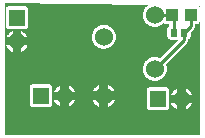
<source format=gbl>
G04 ---------------------------- Layer name :BOTTOM LAYER*
G04 EasyEDA v5.6.10, Tue, 17 Jul 2018 20:10:34 GMT*
G04 41f5d608da314f4496c1683ca2e9a323*
G04 Gerber Generator version 0.2*
G04 Scale: 100 percent, Rotated: No, Reflected: No *
G04 Dimensions in millimeters *
G04 leading zeros omitted , absolute positions ,3 integer and 3 decimal *
%FSLAX33Y33*%
%MOMM*%
G90*
G71D02*

%ADD10C,0.254000*%
%ADD11R,0.999998X1.099998*%
%ADD12R,0.599948X0.649986*%
%ADD17C,1.524000*%
%ADD18R,1.399997X1.399997*%
%ADD19C,1.399997*%

%LPD*%
G36*
G01X76Y0D02*
G01X76Y11176D01*
G01X12190Y10989D01*
G01X12183Y10984D01*
G01X12103Y10921D01*
G01X12031Y10851D01*
G01X11966Y10773D01*
G01X11909Y10689D01*
G01X11860Y10600D01*
G01X11821Y10507D01*
G01X11791Y10410D01*
G01X11771Y10311D01*
G01X11761Y10210D01*
G01X11761Y10109D01*
G01X11771Y10008D01*
G01X11791Y9909D01*
G01X11821Y9812D01*
G01X11860Y9719D01*
G01X11909Y9630D01*
G01X11966Y9546D01*
G01X12031Y9468D01*
G01X12103Y9398D01*
G01X12183Y9335D01*
G01X12268Y9280D01*
G01X12358Y9233D01*
G01X12452Y9196D01*
G01X12550Y9169D01*
G01X12649Y9151D01*
G01X12750Y9144D01*
G01X12852Y9146D01*
G01X12952Y9159D01*
G01X13051Y9181D01*
G01X13147Y9214D01*
G01X13239Y9255D01*
G01X13327Y9306D01*
G01X13409Y9365D01*
G01X13485Y9432D01*
G01X13507Y9455D01*
G01X13508Y9453D01*
G01X13515Y9445D01*
G01X13522Y9437D01*
G01X13529Y9430D01*
G01X13537Y9422D01*
G01X13544Y9416D01*
G01X13553Y9409D01*
G01X13561Y9403D01*
G01X13570Y9397D01*
G01X13579Y9391D01*
G01X13588Y9386D01*
G01X13597Y9381D01*
G01X13607Y9377D01*
G01X13616Y9373D01*
G01X13626Y9369D01*
G01X13636Y9366D01*
G01X13646Y9363D01*
G01X13657Y9361D01*
G01X13667Y9359D01*
G01X13677Y9357D01*
G01X13688Y9356D01*
G01X13698Y9356D01*
G01X13709Y9355D01*
G01X14010Y9355D01*
G01X14010Y9201D01*
G01X14009Y9201D01*
G01X13999Y9197D01*
G01X13989Y9193D01*
G01X13980Y9189D01*
G01X13970Y9184D01*
G01X13961Y9179D01*
G01X13952Y9173D01*
G01X13944Y9167D01*
G01X13935Y9161D01*
G01X13927Y9154D01*
G01X13919Y9147D01*
G01X13912Y9140D01*
G01X13904Y9132D01*
G01X13897Y9125D01*
G01X13891Y9116D01*
G01X13884Y9108D01*
G01X13879Y9099D01*
G01X13873Y9090D01*
G01X13868Y9081D01*
G01X13863Y9072D01*
G01X13859Y9062D01*
G01X13855Y9053D01*
G01X13851Y9043D01*
G01X13848Y9033D01*
G01X13845Y9023D01*
G01X13843Y9012D01*
G01X13841Y9002D01*
G01X13839Y8992D01*
G01X13838Y8981D01*
G01X13837Y8971D01*
G01X13837Y8960D01*
G01X13837Y8311D01*
G01X13837Y8300D01*
G01X13838Y8290D01*
G01X13839Y8279D01*
G01X13841Y8269D01*
G01X13843Y8259D01*
G01X13845Y8248D01*
G01X13848Y8238D01*
G01X13851Y8228D01*
G01X13855Y8218D01*
G01X13859Y8209D01*
G01X13863Y8199D01*
G01X13868Y8190D01*
G01X13873Y8181D01*
G01X13879Y8172D01*
G01X13884Y8163D01*
G01X13891Y8155D01*
G01X13897Y8146D01*
G01X13904Y8139D01*
G01X13912Y8131D01*
G01X13919Y8124D01*
G01X13927Y8117D01*
G01X13935Y8110D01*
G01X13944Y8104D01*
G01X13952Y8098D01*
G01X13961Y8092D01*
G01X13970Y8087D01*
G01X13980Y8082D01*
G01X13989Y8078D01*
G01X13999Y8074D01*
G01X14009Y8070D01*
G01X14019Y8067D01*
G01X14029Y8064D01*
G01X14039Y8062D01*
G01X14049Y8060D01*
G01X14060Y8059D01*
G01X14070Y8057D01*
G01X14081Y8057D01*
G01X14091Y8057D01*
G01X14691Y8057D01*
G01X14702Y8057D01*
G01X14707Y8057D01*
G01X13172Y6522D01*
G01X13147Y6533D01*
G01X13051Y6566D01*
G01X12952Y6588D01*
G01X12852Y6601D01*
G01X12750Y6603D01*
G01X12649Y6596D01*
G01X12550Y6578D01*
G01X12452Y6551D01*
G01X12358Y6514D01*
G01X12268Y6467D01*
G01X12183Y6412D01*
G01X12103Y6349D01*
G01X12031Y6279D01*
G01X11966Y6201D01*
G01X11909Y6117D01*
G01X11860Y6028D01*
G01X11821Y5935D01*
G01X11791Y5838D01*
G01X11771Y5739D01*
G01X11761Y5638D01*
G01X11761Y5537D01*
G01X11771Y5436D01*
G01X11791Y5337D01*
G01X11821Y5240D01*
G01X11860Y5147D01*
G01X11909Y5058D01*
G01X11966Y4974D01*
G01X12031Y4896D01*
G01X12103Y4826D01*
G01X12183Y4763D01*
G01X12268Y4708D01*
G01X12358Y4661D01*
G01X12452Y4624D01*
G01X12550Y4597D01*
G01X12649Y4579D01*
G01X12750Y4572D01*
G01X12852Y4574D01*
G01X12952Y4587D01*
G01X13051Y4609D01*
G01X13147Y4642D01*
G01X13239Y4683D01*
G01X13327Y4734D01*
G01X13409Y4793D01*
G01X13485Y4860D01*
G01X13554Y4934D01*
G01X13615Y5015D01*
G01X13668Y5102D01*
G01X13712Y5193D01*
G01X13747Y5288D01*
G01X13772Y5386D01*
G01X13787Y5486D01*
G01X13792Y5588D01*
G01X13787Y5689D01*
G01X13772Y5789D01*
G01X13747Y5887D01*
G01X13712Y5982D01*
G01X13711Y5984D01*
G01X15509Y7782D01*
G01X15518Y7791D01*
G01X15527Y7801D01*
G01X15535Y7811D01*
G01X15543Y7821D01*
G01X15551Y7832D01*
G01X15558Y7842D01*
G01X15565Y7853D01*
G01X15572Y7865D01*
G01X15578Y7876D01*
G01X15584Y7888D01*
G01X15589Y7900D01*
G01X15594Y7912D01*
G01X15599Y7924D01*
G01X15603Y7936D01*
G01X15606Y7949D01*
G01X15610Y7961D01*
G01X15613Y7974D01*
G01X15615Y7987D01*
G01X15617Y7999D01*
G01X15618Y8012D01*
G01X15620Y8025D01*
G01X15620Y8038D01*
G01X15621Y8051D01*
G01X15621Y8070D01*
G01X15622Y8070D01*
G01X15632Y8074D01*
G01X15642Y8078D01*
G01X15651Y8082D01*
G01X15660Y8087D01*
G01X15669Y8092D01*
G01X15678Y8098D01*
G01X15687Y8104D01*
G01X15695Y8110D01*
G01X15704Y8117D01*
G01X15712Y8124D01*
G01X15719Y8131D01*
G01X15726Y8139D01*
G01X15733Y8146D01*
G01X15740Y8155D01*
G01X15746Y8163D01*
G01X15752Y8172D01*
G01X15758Y8181D01*
G01X15763Y8190D01*
G01X15768Y8199D01*
G01X15772Y8209D01*
G01X15776Y8218D01*
G01X15780Y8228D01*
G01X15783Y8238D01*
G01X15786Y8248D01*
G01X15788Y8259D01*
G01X15790Y8269D01*
G01X15792Y8279D01*
G01X15793Y8290D01*
G01X15793Y8300D01*
G01X15793Y8311D01*
G01X15793Y8651D01*
G01X16078Y8935D01*
G01X16087Y8944D01*
G01X16095Y8954D01*
G01X16104Y8964D01*
G01X16112Y8974D01*
G01X16119Y8984D01*
G01X16127Y8995D01*
G01X16134Y9006D01*
G01X16140Y9017D01*
G01X16146Y9029D01*
G01X16152Y9041D01*
G01X16158Y9052D01*
G01X16163Y9064D01*
G01X16167Y9077D01*
G01X16171Y9089D01*
G01X16175Y9101D01*
G01X16178Y9114D01*
G01X16181Y9127D01*
G01X16184Y9139D01*
G01X16186Y9152D01*
G01X16187Y9165D01*
G01X16188Y9178D01*
G01X16189Y9191D01*
G01X16189Y9204D01*
G01X16189Y9355D01*
G01X16308Y9355D01*
G01X16319Y9356D01*
G01X16329Y9356D01*
G01X16340Y9357D01*
G01X16350Y9359D01*
G01X16360Y9361D01*
G01X16371Y9363D01*
G01X16381Y9366D01*
G01X16391Y9369D01*
G01X16401Y9373D01*
G01X16410Y9377D01*
G01X16420Y9381D01*
G01X16429Y9386D01*
G01X16438Y9391D01*
G01X16447Y9397D01*
G01X16456Y9403D01*
G01X16464Y9409D01*
G01X16472Y9416D01*
G01X16480Y9422D01*
G01X16488Y9430D01*
G01X16495Y9437D01*
G01X16502Y9445D01*
G01X16509Y9453D01*
G01X16515Y9462D01*
G01X16521Y9470D01*
G01X16527Y9479D01*
G01X16532Y9488D01*
G01X16537Y9498D01*
G01X16541Y9507D01*
G01X16545Y9517D01*
G01X16549Y9527D01*
G01X16552Y9537D01*
G01X16555Y9547D01*
G01X16557Y9557D01*
G01X16559Y9568D01*
G01X16560Y9578D01*
G01X16561Y9588D01*
G01X16562Y9599D01*
G01X16562Y9609D01*
G01X16562Y10709D01*
G01X16562Y10720D01*
G01X16561Y10730D01*
G01X16560Y10741D01*
G01X16559Y10751D01*
G01X16557Y10761D01*
G01X16555Y10772D01*
G01X16552Y10782D01*
G01X16549Y10792D01*
G01X16545Y10801D01*
G01X16541Y10811D01*
G01X16537Y10821D01*
G01X16532Y10830D01*
G01X16527Y10839D01*
G01X16521Y10848D01*
G01X16515Y10857D01*
G01X16509Y10865D01*
G01X16502Y10873D01*
G01X16495Y10881D01*
G01X16488Y10889D01*
G01X16480Y10896D01*
G01X16472Y10903D01*
G01X16464Y10910D01*
G01X16456Y10916D01*
G01X16447Y10922D01*
G01X16444Y10924D01*
G01X16586Y10922D01*
G01X16586Y0D01*
G01X76Y0D01*
G37*

%LPC*%
G36*
G01X12330Y2094D02*
G01X13730Y2094D01*
G01X13740Y2094D01*
G01X13751Y2094D01*
G01X13761Y2095D01*
G01X13772Y2097D01*
G01X13782Y2099D01*
G01X13792Y2101D01*
G01X13802Y2104D01*
G01X13812Y2107D01*
G01X13822Y2111D01*
G01X13832Y2115D01*
G01X13841Y2119D01*
G01X13851Y2124D01*
G01X13860Y2129D01*
G01X13869Y2135D01*
G01X13877Y2141D01*
G01X13886Y2147D01*
G01X13894Y2154D01*
G01X13902Y2161D01*
G01X13909Y2168D01*
G01X13917Y2175D01*
G01X13924Y2183D01*
G01X13930Y2191D01*
G01X13936Y2200D01*
G01X13942Y2209D01*
G01X13948Y2217D01*
G01X13953Y2227D01*
G01X13958Y2236D01*
G01X13962Y2245D01*
G01X13966Y2255D01*
G01X13970Y2265D01*
G01X13973Y2275D01*
G01X13976Y2285D01*
G01X13978Y2295D01*
G01X13980Y2306D01*
G01X13982Y2316D01*
G01X13983Y2327D01*
G01X13983Y2337D01*
G01X13984Y2348D01*
G01X13984Y3747D01*
G01X13983Y3758D01*
G01X13983Y3768D01*
G01X13982Y3779D01*
G01X13980Y3789D01*
G01X13978Y3800D01*
G01X13976Y3810D01*
G01X13973Y3820D01*
G01X13970Y3830D01*
G01X13966Y3840D01*
G01X13962Y3850D01*
G01X13958Y3859D01*
G01X13953Y3868D01*
G01X13948Y3878D01*
G01X13942Y3886D01*
G01X13936Y3895D01*
G01X13930Y3904D01*
G01X13924Y3912D01*
G01X13917Y3920D01*
G01X13909Y3927D01*
G01X13902Y3934D01*
G01X13894Y3941D01*
G01X13886Y3948D01*
G01X13877Y3954D01*
G01X13869Y3960D01*
G01X13860Y3966D01*
G01X13851Y3971D01*
G01X13841Y3976D01*
G01X13832Y3980D01*
G01X13822Y3984D01*
G01X13812Y3988D01*
G01X13802Y3991D01*
G01X13792Y3994D01*
G01X13782Y3996D01*
G01X13772Y3998D01*
G01X13761Y4000D01*
G01X13751Y4001D01*
G01X13740Y4001D01*
G01X13730Y4001D01*
G01X12330Y4001D01*
G01X12319Y4001D01*
G01X12309Y4001D01*
G01X12298Y4000D01*
G01X12288Y3998D01*
G01X12278Y3996D01*
G01X12267Y3994D01*
G01X12257Y3991D01*
G01X12247Y3988D01*
G01X12237Y3984D01*
G01X12228Y3980D01*
G01X12218Y3976D01*
G01X12209Y3971D01*
G01X12200Y3966D01*
G01X12191Y3960D01*
G01X12182Y3954D01*
G01X12174Y3948D01*
G01X12166Y3941D01*
G01X12158Y3934D01*
G01X12150Y3927D01*
G01X12143Y3920D01*
G01X12136Y3912D01*
G01X12129Y3904D01*
G01X12123Y3895D01*
G01X12117Y3886D01*
G01X12111Y3878D01*
G01X12106Y3868D01*
G01X12102Y3859D01*
G01X12097Y3850D01*
G01X12093Y3840D01*
G01X12089Y3830D01*
G01X12086Y3820D01*
G01X12083Y3810D01*
G01X12081Y3800D01*
G01X12079Y3789D01*
G01X12078Y3779D01*
G01X12077Y3768D01*
G01X12076Y3758D01*
G01X12076Y3747D01*
G01X12076Y2348D01*
G01X12076Y2337D01*
G01X12077Y2327D01*
G01X12078Y2316D01*
G01X12079Y2306D01*
G01X12081Y2295D01*
G01X12083Y2285D01*
G01X12086Y2275D01*
G01X12089Y2265D01*
G01X12093Y2255D01*
G01X12097Y2245D01*
G01X12102Y2236D01*
G01X12106Y2227D01*
G01X12111Y2217D01*
G01X12117Y2209D01*
G01X12123Y2200D01*
G01X12129Y2191D01*
G01X12136Y2183D01*
G01X12143Y2175D01*
G01X12150Y2168D01*
G01X12158Y2161D01*
G01X12166Y2154D01*
G01X12174Y2147D01*
G01X12182Y2141D01*
G01X12191Y2135D01*
G01X12200Y2129D01*
G01X12209Y2124D01*
G01X12218Y2119D01*
G01X12228Y2115D01*
G01X12237Y2111D01*
G01X12247Y2107D01*
G01X12257Y2104D01*
G01X12267Y2101D01*
G01X12278Y2099D01*
G01X12288Y2097D01*
G01X12298Y2095D01*
G01X12309Y2094D01*
G01X12319Y2094D01*
G01X12330Y2094D01*
G37*
G36*
G01X15380Y2160D02*
G01X15465Y2199D01*
G01X15547Y2246D01*
G01X15625Y2302D01*
G01X15696Y2365D01*
G01X15761Y2434D01*
G01X15818Y2510D01*
G01X15868Y2591D01*
G01X15909Y2677D01*
G01X15916Y2697D01*
G01X15380Y2697D01*
G01X15380Y2160D01*
G37*
G36*
G01X14680Y2161D02*
G01X14680Y2697D01*
G01X14143Y2697D01*
G01X14170Y2634D01*
G01X14216Y2550D01*
G01X14269Y2471D01*
G01X14330Y2399D01*
G01X14398Y2332D01*
G01X14473Y2273D01*
G01X14553Y2221D01*
G01X14637Y2178D01*
G01X14680Y2161D01*
G37*
G36*
G01X2424Y2348D02*
G01X3824Y2348D01*
G01X3834Y2348D01*
G01X3845Y2348D01*
G01X3855Y2349D01*
G01X3866Y2351D01*
G01X3876Y2353D01*
G01X3886Y2355D01*
G01X3896Y2358D01*
G01X3906Y2361D01*
G01X3916Y2365D01*
G01X3926Y2369D01*
G01X3935Y2373D01*
G01X3945Y2378D01*
G01X3954Y2383D01*
G01X3963Y2389D01*
G01X3971Y2395D01*
G01X3980Y2401D01*
G01X3988Y2408D01*
G01X3996Y2415D01*
G01X4003Y2422D01*
G01X4011Y2429D01*
G01X4018Y2437D01*
G01X4024Y2445D01*
G01X4030Y2454D01*
G01X4036Y2463D01*
G01X4042Y2471D01*
G01X4047Y2481D01*
G01X4052Y2490D01*
G01X4056Y2499D01*
G01X4060Y2509D01*
G01X4064Y2519D01*
G01X4067Y2529D01*
G01X4070Y2539D01*
G01X4072Y2549D01*
G01X4074Y2560D01*
G01X4076Y2570D01*
G01X4077Y2581D01*
G01X4077Y2591D01*
G01X4078Y2602D01*
G01X4078Y4001D01*
G01X4077Y4012D01*
G01X4077Y4022D01*
G01X4076Y4033D01*
G01X4074Y4043D01*
G01X4072Y4054D01*
G01X4070Y4064D01*
G01X4067Y4074D01*
G01X4064Y4084D01*
G01X4060Y4094D01*
G01X4056Y4104D01*
G01X4052Y4113D01*
G01X4047Y4122D01*
G01X4042Y4132D01*
G01X4036Y4140D01*
G01X4030Y4149D01*
G01X4024Y4158D01*
G01X4018Y4166D01*
G01X4011Y4174D01*
G01X4003Y4181D01*
G01X3996Y4188D01*
G01X3988Y4195D01*
G01X3980Y4202D01*
G01X3971Y4208D01*
G01X3963Y4214D01*
G01X3954Y4220D01*
G01X3945Y4225D01*
G01X3935Y4230D01*
G01X3926Y4234D01*
G01X3916Y4238D01*
G01X3906Y4242D01*
G01X3896Y4245D01*
G01X3886Y4248D01*
G01X3876Y4250D01*
G01X3866Y4252D01*
G01X3855Y4254D01*
G01X3845Y4255D01*
G01X3834Y4255D01*
G01X3824Y4255D01*
G01X2424Y4255D01*
G01X2413Y4255D01*
G01X2403Y4255D01*
G01X2392Y4254D01*
G01X2382Y4252D01*
G01X2372Y4250D01*
G01X2361Y4248D01*
G01X2351Y4245D01*
G01X2341Y4242D01*
G01X2331Y4238D01*
G01X2322Y4234D01*
G01X2312Y4230D01*
G01X2303Y4225D01*
G01X2294Y4220D01*
G01X2285Y4214D01*
G01X2276Y4208D01*
G01X2268Y4202D01*
G01X2260Y4195D01*
G01X2252Y4188D01*
G01X2244Y4181D01*
G01X2237Y4174D01*
G01X2230Y4166D01*
G01X2223Y4158D01*
G01X2217Y4149D01*
G01X2211Y4140D01*
G01X2205Y4132D01*
G01X2200Y4122D01*
G01X2196Y4113D01*
G01X2191Y4104D01*
G01X2187Y4094D01*
G01X2183Y4084D01*
G01X2180Y4074D01*
G01X2177Y4064D01*
G01X2175Y4054D01*
G01X2173Y4043D01*
G01X2172Y4033D01*
G01X2171Y4022D01*
G01X2170Y4012D01*
G01X2170Y4001D01*
G01X2170Y2602D01*
G01X2170Y2591D01*
G01X2171Y2581D01*
G01X2172Y2570D01*
G01X2173Y2560D01*
G01X2175Y2549D01*
G01X2177Y2539D01*
G01X2180Y2529D01*
G01X2183Y2519D01*
G01X2187Y2509D01*
G01X2191Y2499D01*
G01X2196Y2490D01*
G01X2200Y2481D01*
G01X2205Y2471D01*
G01X2211Y2463D01*
G01X2217Y2454D01*
G01X2223Y2445D01*
G01X2230Y2437D01*
G01X2237Y2429D01*
G01X2244Y2422D01*
G01X2252Y2415D01*
G01X2260Y2408D01*
G01X2268Y2401D01*
G01X2276Y2395D01*
G01X2285Y2389D01*
G01X2294Y2383D01*
G01X2303Y2378D01*
G01X2312Y2373D01*
G01X2322Y2369D01*
G01X2331Y2365D01*
G01X2341Y2361D01*
G01X2351Y2358D01*
G01X2361Y2355D01*
G01X2372Y2353D01*
G01X2382Y2351D01*
G01X2392Y2349D01*
G01X2403Y2348D01*
G01X2413Y2348D01*
G01X2424Y2348D01*
G37*
G36*
G01X8839Y2360D02*
G01X8921Y2397D01*
G01X9009Y2448D01*
G01X9091Y2507D01*
G01X9167Y2574D01*
G01X9236Y2648D01*
G01X9297Y2729D01*
G01X9350Y2816D01*
G01X9394Y2907D01*
G01X9399Y2921D01*
G01X8839Y2921D01*
G01X8839Y2360D01*
G37*
G36*
G01X8077Y2361D02*
G01X8077Y2921D01*
G01X7517Y2921D01*
G01X7542Y2861D01*
G01X7591Y2772D01*
G01X7648Y2688D01*
G01X7713Y2610D01*
G01X7785Y2540D01*
G01X7865Y2477D01*
G01X7950Y2422D01*
G01X8040Y2375D01*
G01X8077Y2361D01*
G37*
G36*
G01X5474Y2414D02*
G01X5559Y2453D01*
G01X5641Y2500D01*
G01X5719Y2556D01*
G01X5790Y2619D01*
G01X5855Y2688D01*
G01X5912Y2764D01*
G01X5962Y2845D01*
G01X6003Y2931D01*
G01X6010Y2951D01*
G01X5474Y2951D01*
G01X5474Y2414D01*
G37*
G36*
G01X4774Y2415D02*
G01X4774Y2951D01*
G01X4237Y2951D01*
G01X4264Y2888D01*
G01X4310Y2804D01*
G01X4363Y2725D01*
G01X4424Y2653D01*
G01X4492Y2586D01*
G01X4567Y2527D01*
G01X4647Y2475D01*
G01X4731Y2432D01*
G01X4774Y2415D01*
G37*
G36*
G01X15380Y3398D02*
G01X15916Y3398D01*
G01X15909Y3418D01*
G01X15868Y3504D01*
G01X15818Y3585D01*
G01X15761Y3661D01*
G01X15696Y3730D01*
G01X15625Y3793D01*
G01X15547Y3849D01*
G01X15465Y3896D01*
G01X15380Y3935D01*
G01X15380Y3398D01*
G37*
G36*
G01X14143Y3398D02*
G01X14680Y3398D01*
G01X14680Y3934D01*
G01X14637Y3917D01*
G01X14553Y3874D01*
G01X14473Y3822D01*
G01X14398Y3763D01*
G01X14330Y3696D01*
G01X14269Y3624D01*
G01X14216Y3545D01*
G01X14170Y3461D01*
G01X14143Y3398D01*
G37*
G36*
G01X5474Y3652D02*
G01X6010Y3652D01*
G01X6003Y3672D01*
G01X5962Y3758D01*
G01X5912Y3839D01*
G01X5855Y3915D01*
G01X5790Y3984D01*
G01X5719Y4047D01*
G01X5641Y4103D01*
G01X5559Y4150D01*
G01X5474Y4189D01*
G01X5474Y3652D01*
G37*
G36*
G01X4237Y3652D02*
G01X4774Y3652D01*
G01X4774Y4188D01*
G01X4731Y4171D01*
G01X4647Y4128D01*
G01X4567Y4076D01*
G01X4492Y4017D01*
G01X4424Y3950D01*
G01X4363Y3878D01*
G01X4310Y3799D01*
G01X4264Y3715D01*
G01X4237Y3652D01*
G37*
G36*
G01X8839Y3683D02*
G01X9399Y3683D01*
G01X9394Y3696D01*
G01X9350Y3787D01*
G01X9297Y3874D01*
G01X9236Y3955D01*
G01X9167Y4029D01*
G01X9091Y4096D01*
G01X9009Y4155D01*
G01X8921Y4206D01*
G01X8839Y4243D01*
G01X8839Y3683D01*
G37*
G36*
G01X7517Y3683D02*
G01X8077Y3683D01*
G01X8077Y4242D01*
G01X8040Y4228D01*
G01X7950Y4181D01*
G01X7865Y4126D01*
G01X7785Y4063D01*
G01X7713Y3993D01*
G01X7648Y3915D01*
G01X7591Y3831D01*
G01X7542Y3742D01*
G01X7517Y3683D01*
G37*
G36*
G01X1442Y7018D02*
G01X1527Y7057D01*
G01X1609Y7104D01*
G01X1687Y7160D01*
G01X1758Y7223D01*
G01X1823Y7292D01*
G01X1880Y7368D01*
G01X1930Y7449D01*
G01X1971Y7535D01*
G01X1978Y7555D01*
G01X1442Y7555D01*
G01X1442Y7018D01*
G37*
G36*
G01X742Y7019D02*
G01X742Y7555D01*
G01X205Y7555D01*
G01X232Y7492D01*
G01X278Y7408D01*
G01X331Y7329D01*
G01X392Y7257D01*
G01X460Y7190D01*
G01X535Y7131D01*
G01X615Y7079D01*
G01X699Y7036D01*
G01X742Y7019D01*
G37*
G36*
G01X8432Y7286D02*
G01X8534Y7288D01*
G01X8634Y7301D01*
G01X8733Y7323D01*
G01X8829Y7356D01*
G01X8921Y7397D01*
G01X9009Y7448D01*
G01X9091Y7507D01*
G01X9167Y7574D01*
G01X9236Y7648D01*
G01X9297Y7729D01*
G01X9350Y7816D01*
G01X9394Y7907D01*
G01X9429Y8002D01*
G01X9454Y8100D01*
G01X9469Y8200D01*
G01X9474Y8301D01*
G01X9469Y8403D01*
G01X9454Y8503D01*
G01X9429Y8601D01*
G01X9394Y8696D01*
G01X9350Y8787D01*
G01X9297Y8874D01*
G01X9236Y8955D01*
G01X9167Y9029D01*
G01X9091Y9096D01*
G01X9009Y9155D01*
G01X8921Y9206D01*
G01X8829Y9247D01*
G01X8733Y9280D01*
G01X8634Y9302D01*
G01X8534Y9315D01*
G01X8432Y9317D01*
G01X8331Y9310D01*
G01X8232Y9292D01*
G01X8134Y9265D01*
G01X8040Y9228D01*
G01X7950Y9181D01*
G01X7865Y9126D01*
G01X7785Y9063D01*
G01X7713Y8993D01*
G01X7648Y8915D01*
G01X7591Y8831D01*
G01X7542Y8742D01*
G01X7503Y8649D01*
G01X7473Y8552D01*
G01X7453Y8453D01*
G01X7443Y8352D01*
G01X7443Y8251D01*
G01X7453Y8150D01*
G01X7473Y8051D01*
G01X7503Y7954D01*
G01X7542Y7861D01*
G01X7591Y7772D01*
G01X7648Y7688D01*
G01X7713Y7610D01*
G01X7785Y7540D01*
G01X7865Y7477D01*
G01X7950Y7422D01*
G01X8040Y7375D01*
G01X8134Y7338D01*
G01X8232Y7311D01*
G01X8331Y7293D01*
G01X8432Y7286D01*
G37*
G36*
G01X1442Y8256D02*
G01X1978Y8256D01*
G01X1971Y8276D01*
G01X1930Y8362D01*
G01X1880Y8443D01*
G01X1823Y8519D01*
G01X1758Y8588D01*
G01X1687Y8651D01*
G01X1609Y8707D01*
G01X1527Y8754D01*
G01X1442Y8793D01*
G01X1442Y8256D01*
G37*
G36*
G01X205Y8256D02*
G01X742Y8256D01*
G01X742Y8792D01*
G01X699Y8775D01*
G01X615Y8732D01*
G01X535Y8680D01*
G01X460Y8621D01*
G01X392Y8554D01*
G01X331Y8482D01*
G01X278Y8403D01*
G01X232Y8319D01*
G01X205Y8256D01*
G37*
G36*
G01X392Y8952D02*
G01X1792Y8952D01*
G01X1802Y8952D01*
G01X1813Y8952D01*
G01X1823Y8953D01*
G01X1834Y8955D01*
G01X1844Y8957D01*
G01X1854Y8959D01*
G01X1864Y8962D01*
G01X1874Y8965D01*
G01X1884Y8969D01*
G01X1894Y8973D01*
G01X1903Y8977D01*
G01X1913Y8982D01*
G01X1922Y8987D01*
G01X1931Y8993D01*
G01X1939Y8999D01*
G01X1948Y9005D01*
G01X1956Y9012D01*
G01X1964Y9019D01*
G01X1971Y9026D01*
G01X1979Y9033D01*
G01X1986Y9041D01*
G01X1992Y9049D01*
G01X1998Y9058D01*
G01X2004Y9067D01*
G01X2010Y9075D01*
G01X2015Y9085D01*
G01X2020Y9094D01*
G01X2024Y9103D01*
G01X2028Y9113D01*
G01X2032Y9123D01*
G01X2035Y9133D01*
G01X2038Y9143D01*
G01X2040Y9153D01*
G01X2042Y9164D01*
G01X2044Y9174D01*
G01X2045Y9185D01*
G01X2045Y9195D01*
G01X2046Y9206D01*
G01X2046Y10605D01*
G01X2045Y10616D01*
G01X2045Y10626D01*
G01X2044Y10637D01*
G01X2042Y10647D01*
G01X2040Y10658D01*
G01X2038Y10668D01*
G01X2035Y10678D01*
G01X2032Y10688D01*
G01X2028Y10698D01*
G01X2024Y10708D01*
G01X2020Y10717D01*
G01X2015Y10726D01*
G01X2010Y10736D01*
G01X2004Y10744D01*
G01X1998Y10753D01*
G01X1992Y10762D01*
G01X1986Y10770D01*
G01X1979Y10778D01*
G01X1971Y10785D01*
G01X1964Y10792D01*
G01X1956Y10799D01*
G01X1948Y10806D01*
G01X1939Y10812D01*
G01X1931Y10818D01*
G01X1922Y10824D01*
G01X1913Y10829D01*
G01X1903Y10834D01*
G01X1894Y10838D01*
G01X1884Y10842D01*
G01X1874Y10846D01*
G01X1864Y10849D01*
G01X1854Y10852D01*
G01X1844Y10854D01*
G01X1834Y10856D01*
G01X1823Y10858D01*
G01X1813Y10859D01*
G01X1802Y10859D01*
G01X1792Y10859D01*
G01X392Y10859D01*
G01X381Y10859D01*
G01X371Y10859D01*
G01X360Y10858D01*
G01X350Y10856D01*
G01X340Y10854D01*
G01X329Y10852D01*
G01X319Y10849D01*
G01X309Y10846D01*
G01X299Y10842D01*
G01X290Y10838D01*
G01X280Y10834D01*
G01X271Y10829D01*
G01X262Y10824D01*
G01X253Y10818D01*
G01X244Y10812D01*
G01X236Y10806D01*
G01X228Y10799D01*
G01X220Y10792D01*
G01X212Y10785D01*
G01X205Y10778D01*
G01X198Y10770D01*
G01X191Y10762D01*
G01X185Y10753D01*
G01X179Y10744D01*
G01X173Y10736D01*
G01X168Y10726D01*
G01X164Y10717D01*
G01X159Y10708D01*
G01X155Y10698D01*
G01X151Y10688D01*
G01X148Y10678D01*
G01X145Y10668D01*
G01X143Y10658D01*
G01X141Y10647D01*
G01X140Y10637D01*
G01X139Y10626D01*
G01X138Y10616D01*
G01X138Y10605D01*
G01X138Y9206D01*
G01X138Y9195D01*
G01X139Y9185D01*
G01X140Y9174D01*
G01X141Y9164D01*
G01X143Y9153D01*
G01X145Y9143D01*
G01X148Y9133D01*
G01X151Y9123D01*
G01X155Y9113D01*
G01X159Y9103D01*
G01X164Y9094D01*
G01X168Y9085D01*
G01X173Y9075D01*
G01X179Y9067D01*
G01X185Y9058D01*
G01X191Y9049D01*
G01X198Y9041D01*
G01X205Y9033D01*
G01X212Y9026D01*
G01X220Y9019D01*
G01X228Y9012D01*
G01X236Y9005D01*
G01X244Y8999D01*
G01X253Y8993D01*
G01X262Y8987D01*
G01X271Y8982D01*
G01X280Y8977D01*
G01X290Y8973D01*
G01X299Y8969D01*
G01X309Y8965D01*
G01X319Y8962D01*
G01X329Y8959D01*
G01X340Y8957D01*
G01X350Y8955D01*
G01X360Y8953D01*
G01X371Y8952D01*
G01X381Y8952D01*
G01X392Y8952D01*
G37*

%LPD*%
G54D10*
G01X14209Y10159D02*
G01X13030Y10159D01*
G01X12776Y10414D01*
G01X14391Y8636D02*
G01X14391Y9977D01*
G01X14209Y10159D01*
G01X15808Y10159D02*
G01X15808Y9204D01*
G01X15240Y8636D01*
G01X15240Y8636D02*
G01X15240Y8051D01*
G01X12776Y5588D01*
G54D11*
G01X15808Y10159D03*
G01X14209Y10159D03*
G54D12*
G01X15240Y8636D03*
G01X14391Y8636D03*
G54D17*
G01X8458Y3302D03*
G01X8458Y8301D03*
G54D18*
G01X1092Y9906D03*
G54D19*
G01X1092Y7906D03*
G54D18*
G01X3124Y3302D03*
G54D19*
G01X5124Y3302D03*
G54D18*
G01X13030Y3048D03*
G54D19*
G01X15030Y3048D03*
G54D17*
G01X12776Y5588D03*
G01X12776Y10160D03*
M00*
M02*

</source>
